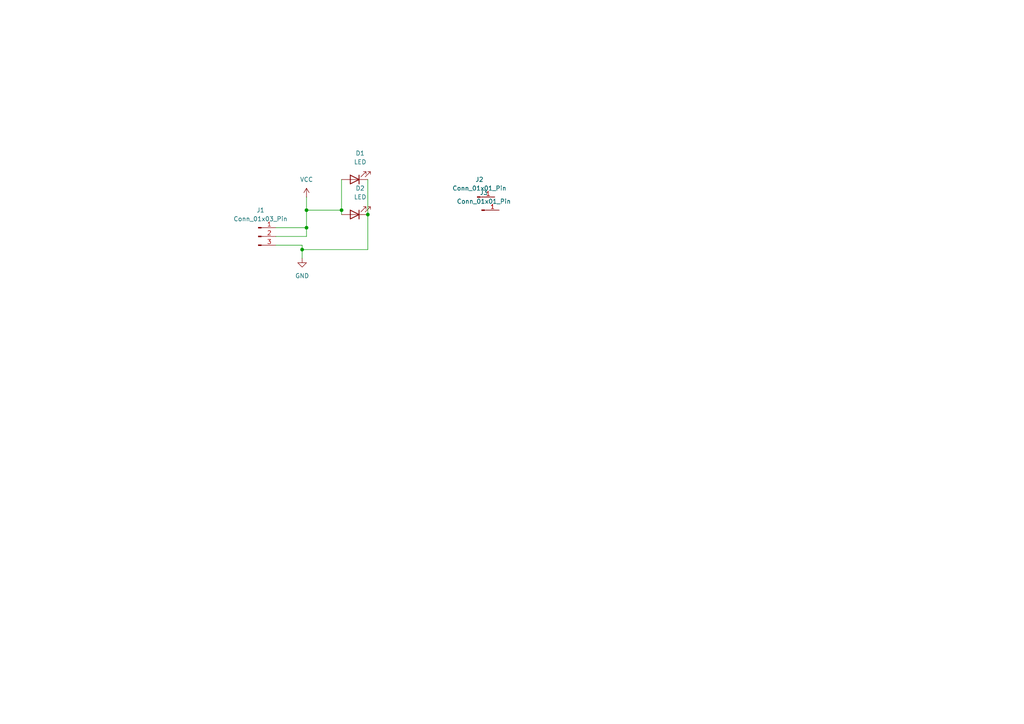
<source format=kicad_sch>
(kicad_sch (version 20231120) (generator "eeschema") (generator_version "8.0")
  (paper "A4")
  (lib_symbols
    (symbol "Connector:Conn_01x01_Pin" (pin_names (offset 1.016) hide)
      (property "Reference" "J" (at 0 2.54 0))
      (property "Value" "Conn_01x01_Pin" (at 0 -2.54 0))
      (symbol "Conn_01x01_Pin_1_1"
        (polyline (pts (xy 1.27 0) (xy 0.8636 0)) (stroke (width 0.1524)))
        (rectangle (start 0.8636 0.127) (end 0 -0.127) (stroke (width 0.1524)) (fill (type outline)))
        (pin passive line (at 5.08 0 180) (length 3.81) (name "Pin_1") (number "1"))
      )
    )
    (symbol "Connector:Conn_01x03_Pin" (pin_names (offset 1.016) hide)
      (property "Reference" "J" (at 0 5.08 0))
      (property "Value" "Conn_01x03_Pin" (at 0 -5.08 0))
      (symbol "Conn_01x03_Pin_1_1"
        (polyline (pts (xy 1.27 -2.54) (xy 0.8636 -2.54)) (stroke (width 0.1524)))
        (polyline (pts (xy 1.27 0) (xy 0.8636 0)) (stroke (width 0.1524)))
        (polyline (pts (xy 1.27 2.54) (xy 0.8636 2.54)) (stroke (width 0.1524)))
        (rectangle (start 0.8636 -2.413) (end 0 -2.667) (stroke (width 0.1524)) (fill (type outline)))
        (rectangle (start 0.8636 0.127) (end 0 -0.127) (stroke (width 0.1524)) (fill (type outline)))
        (rectangle (start 0.8636 2.667) (end 0 2.413) (stroke (width 0.1524)) (fill (type outline)))
        (pin passive line (at 5.08 2.54 180) (length 3.81) (name "Pin_1") (number "1"))
        (pin passive line (at 5.08 0 180) (length 3.81) (name "Pin_2") (number "2"))
        (pin passive line (at 5.08 -2.54 180) (length 3.81) (name "Pin_3") (number "3"))
      )
    )
    (symbol "Device:LED" (pin_numbers hide) (pin_names (offset 1.016) hide)
      (property "Reference" "D" (at 0 2.54 0))
      (property "Value" "LED" (at 0 -2.54 0))
      (symbol "LED_0_1"
        (polyline (pts (xy -1.27 -1.27) (xy -1.27 1.27)) (stroke (width 0.254)))
        (polyline (pts (xy -1.27 0) (xy 1.27 0)))
        (polyline (pts (xy 1.27 -1.27) (xy 1.27 1.27) (xy -1.27 0) (xy 1.27 -1.27)) (stroke (width 0.254)))
        (polyline (pts (xy -3.048 -0.762) (xy -4.572 -2.286) (xy -3.81 -2.286) (xy -4.572 -2.286) (xy -4.572 -1.524)))
        (polyline (pts (xy -1.778 -0.762) (xy -3.302 -2.286) (xy -2.54 -2.286) (xy -3.302 -2.286) (xy -3.302 -1.524)))
      )
      (symbol "LED_1_1"
        (pin passive line (at -3.81 0 0) (length 2.54) (name "K") (number "1"))
        (pin passive line (at 3.81 0 180) (length 2.54) (name "A") (number "2"))
      )
    )
    (symbol "power:GND" (power) (pin_numbers hide) (pin_names (offset 0) hide)
      (property "Value" "GND" (at 0 -3.81 0))
      (symbol "GND_0_1"
        (polyline (pts (xy 0 0) (xy 0 -1.27) (xy 1.27 -1.27) (xy 0 -2.54) (xy -1.27 -1.27) (xy 0 -1.27)))
      )
      (symbol "GND_1_1"
        (pin power_in line (at 0 0 270) (length 0) (name "~") (number "1"))
      )
    )
    (symbol "power:VCC" (power) (pin_numbers hide) (pin_names (offset 0) hide)
      (property "Value" "VCC" (at 0 3.556 0))
      (symbol "VCC_0_1"
        (polyline (pts (xy -0.762 1.27) (xy 0 2.54)))
        (polyline (pts (xy 0 0) (xy 0 2.54)))
        (polyline (pts (xy 0 2.54) (xy 0.762 1.27)))
      )
      (symbol "VCC_1_1"
        (pin power_in line (at 0 0 90) (length 0) (name "~") (number "1"))
      )
    )
  )
  (junction (at 87.63 72.39))
  (junction (at 106.68 62.23))
  (junction (at 99.06 60.96))
  (junction (at 88.9 60.96))
  (junction (at 88.9 66.04))
  (wire (pts (xy 87.63 72.39) (xy 87.63 74.93)))
  (wire (pts (xy 99.06 60.96) (xy 88.9 60.96)))
  (wire (pts (xy 106.68 52.07) (xy 106.68 62.23)))
  (wire (pts (xy 87.63 71.12) (xy 87.63 72.39)))
  (wire (pts (xy 88.9 60.96) (xy 88.9 66.04)))
  (wire (pts (xy 88.9 66.04) (xy 88.9 68.58)))
  (wire (pts (xy 88.9 57.15) (xy 88.9 60.96)))
  (wire (pts (xy 88.9 66.04) (xy 80.01 66.04)))
  (wire (pts (xy 99.06 60.96) (xy 99.06 62.23)))
  (wire (pts (xy 106.68 62.23) (xy 106.68 72.39)))
  (wire (pts (xy 88.9 68.58) (xy 80.01 68.58)))
  (wire (pts (xy 106.68 72.39) (xy 87.63 72.39)))
  (wire (pts (xy 80.01 71.12) (xy 87.63 71.12)))
  (wire (pts (xy 99.06 52.07) (xy 99.06 60.96)))
  (symbol (lib_id "power:VCC") (at 88.9 57.15 0) (unit 1)
    (property "Reference" "#PWR02" (effects (hide yes)))
    (property "Value" "VCC" (at 88.9 52.07 0))
    (property "Description" "Power symbol creates a global label with name \"VCC\"" (effects (hide yes)))
  )
  (symbol (lib_id "Connector:Conn_01x01_Pin") (at 139.7 60.96 0) (unit 1)
    (property "Reference" "J3" (at 140.335 55.88 0))
    (property "Value" "Conn_01x01_Pin" (at 140.335 58.42 0))
    (property "Footprint" "Connector_PinHeader_1.00mm:PinHeader_1x01_P1.00mm_Vertical" (effects (hide yes)))
    (property "Description" "Generic connector, single row, 01x01, script generated" (effects (hide yes)))
  )
  (symbol (lib_id "Device:LED") (at 102.87 62.23 180) (unit 1)
    (property "Reference" "D2" (at 104.4575 54.61 0))
    (property "Value" "LED" (at 104.4575 57.15 0))
    (property "Footprint" "LED_THT:LED_D5.0mm" (effects (hide yes)))
    (property "Description" "Light emitting diode" (effects (hide yes)))
  )
  (symbol (lib_id "Connector:Conn_01x01_Pin") (at 138.43 57.15 0) (unit 1)
    (property "Reference" "J2" (at 139.065 52.07 0))
    (property "Value" "Conn_01x01_Pin" (at 139.065 54.61 0))
    (property "Footprint" "Connector_PinHeader_1.00mm:PinHeader_1x01_P1.00mm_Vertical" (effects (hide yes)))
    (property "Description" "Generic connector, single row, 01x01, script generated" (effects (hide yes)))
  )
  (symbol (lib_id "Device:LED") (at 102.87 52.07 180) (unit 1)
    (property "Reference" "D1" (at 104.4575 44.45 0))
    (property "Value" "LED" (at 104.4575 46.99 0))
    (property "Footprint" "LED_THT:LED_D5.0mm" (effects (hide yes)))
    (property "Description" "Light emitting diode" (effects (hide yes)))
  )
  (symbol (lib_id "Connector:Conn_01x03_Pin") (at 74.93 68.58 0) (unit 1)
    (property "Reference" "J1" (at 75.565 60.96 0))
    (property "Value" "Conn_01x03_Pin" (at 75.565 63.5 0))
    (property "Footprint" "CDOG:CR2032_Battery_Holder_from_switch" (effects (hide yes)))
    (property "Description" "Generic connector, single row, 01x03, script generated" (effects (hide yes)))
  )
  (symbol (lib_id "power:GND") (at 87.63 74.93 0) (unit 1)
    (property "Reference" "#PWR01" (effects (hide yes)))
    (property "Value" "GND" (at 87.63 80.01 0))
    (property "Description" "Power symbol creates a global label with name \"GND\" , ground" (effects (hide yes)))
  )
)
</source>
